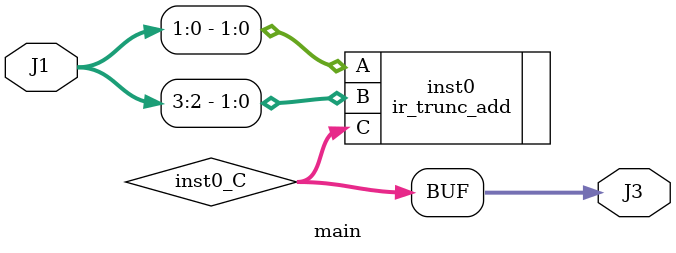
<source format=v>
module main (input [3:0] J1, output [1:0] J3);
wire [1:0] inst0_C;
ir_trunc_add #(.N(2)) inst0 (.A({J1[1],J1[0]}), .B({J1[3],J1[2]}), .C(inst0_C));
assign J3 = inst0_C;
endmodule


</source>
